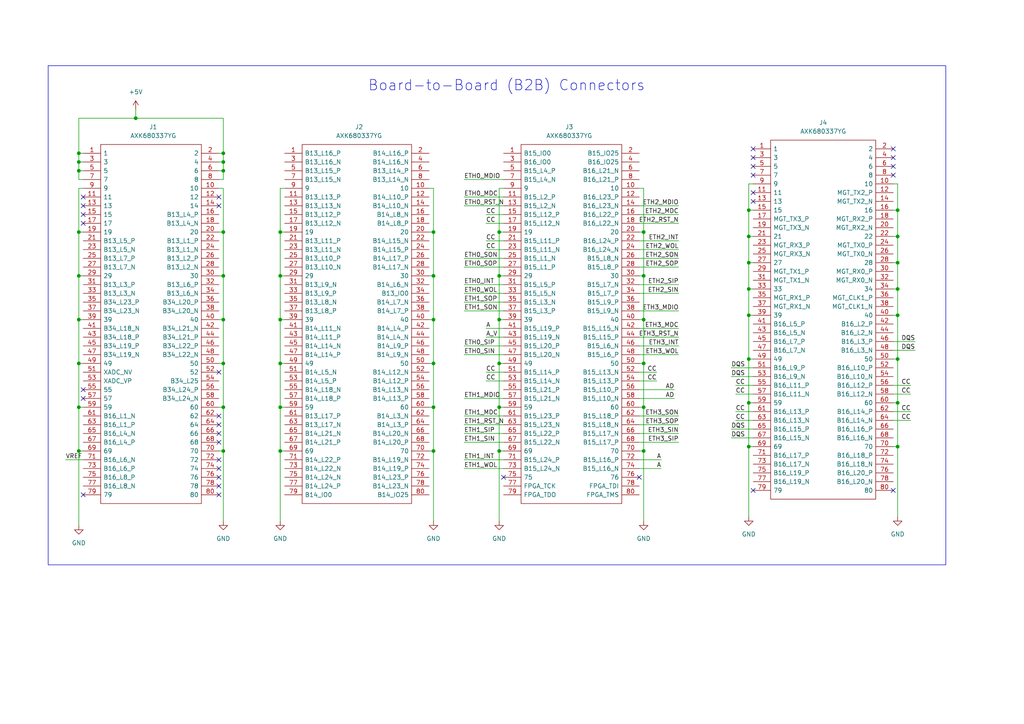
<source format=kicad_sch>
(kicad_sch (version 20230121) (generator eeschema)
  (paper "A4")
  (lib_symbols
    (symbol "AXK680337YG:AXK680337YG" (pin_names (offset 0.762))
      (property "Reference" "J4" (at 11.43 7.62 0))
      (property "Value" "AXK680337YG" (at 11.43 5.08 0))
      (symbol "AXK680337YG_0_0"
        (pin passive line (at -17.78 0 0) (length 5.08) (name "1") (number "1"))
        (pin passive line (at 22.86 -10.16 180) (length 5.08) (name "10") (number "10"))
        (pin passive line (at -17.78 -12.7 0) (length 5.08) (name "11") (number "11"))
        (pin passive line (at -17.78 -15.24 0) (length 5.08) (name "13") (number "13"))
        (pin passive line (at -17.78 -17.78 0) (length 5.08) (name "15") (number "15"))
        (pin passive line (at 22.86 -17.78 180) (length 5.08) (name "16") (number "16"))
        (pin passive line (at 22.86 0 180) (length 5.08) (name "2") (number "2"))
        (pin passive line (at -17.78 -25.4 0) (length 5.08) (name "21") (number "21"))
        (pin passive line (at 22.86 -25.4 180) (length 5.08) (name "22") (number "22"))
        (pin passive line (at -17.78 -33.02 0) (length 5.08) (name "27") (number "27"))
        (pin passive line (at 22.86 -33.02 180) (length 5.08) (name "28") (number "28"))
        (pin passive line (at -17.78 -2.54 0) (length 5.08) (name "3") (number "3"))
        (pin passive line (at -17.78 -40.64 0) (length 5.08) (name "33") (number "33"))
        (pin passive line (at 22.86 -40.64 180) (length 5.08) (name "34") (number "34"))
        (pin passive line (at -17.78 -48.26 0) (length 5.08) (name "39") (number "39"))
        (pin passive line (at 22.86 -2.54 180) (length 5.08) (name "4") (number "4"))
        (pin passive line (at 22.86 -48.26 180) (length 5.08) (name "40") (number "40"))
        (pin passive line (at -17.78 -60.96 0) (length 5.08) (name "49") (number "49"))
        (pin passive line (at -17.78 -5.08 0) (length 5.08) (name "5") (number "5"))
        (pin passive line (at 22.86 -60.96 180) (length 5.08) (name "50") (number "50"))
        (pin passive line (at -17.78 -73.66 0) (length 5.08) (name "59") (number "59"))
        (pin passive line (at 22.86 -5.08 180) (length 5.08) (name "6") (number "6"))
        (pin passive line (at 22.86 -73.66 180) (length 5.08) (name "60") (number "60"))
        (pin passive line (at -17.78 -86.36 0) (length 5.08) (name "69") (number "69"))
        (pin passive line (at -17.78 -7.62 0) (length 5.08) (name "7") (number "7"))
        (pin passive line (at 22.86 -86.36 180) (length 5.08) (name "70") (number "70"))
        (pin passive line (at -17.78 -99.06 0) (length 5.08) (name "79") (number "79"))
        (pin passive line (at 22.86 -7.62 180) (length 5.08) (name "8") (number "8"))
        (pin passive line (at 22.86 -99.06 180) (length 5.08) (name "80") (number "80"))
        (pin passive line (at -17.78 -10.16 0) (length 5.08) (name "9") (number "9"))
      )
      (symbol "AXK680337YG_0_1"
        (polyline (pts (xy -12.7 2.54) (xy 17.78 2.54) (xy 17.78 -101.6) (xy -12.7 -101.6) (xy -12.7 2.54)) (stroke (width 0.1524)))
      )
      (symbol "AXK680337YG_1_0"
        (pin passive line (at 22.86 -12.7 180) (length 5.08) (name "MGT_TX2_P") (number "12"))
        (pin passive line (at 22.86 -15.24 180) (length 5.08) (name "MGT_TX2_N") (number "14"))
        (pin passive line (at -17.78 -20.32 0) (length 5.08) (name "MGT_TX3_P") (number "17"))
        (pin passive line (at 22.86 -20.32 180) (length 5.08) (name "MGT_RX2_P") (number "18"))
        (pin passive line (at -17.78 -22.86 0) (length 5.08) (name "MGT_TX3_N") (number "19"))
        (pin passive line (at 22.86 -22.86 180) (length 5.08) (name "MGT_RX2_N") (number "20"))
        (pin passive line (at -17.78 -27.94 0) (length 5.08) (name "MGT_RX3_P") (number "23"))
        (pin passive line (at 22.86 -27.94 180) (length 5.08) (name "MGT_TX0_P") (number "24"))
        (pin passive line (at -17.78 -30.48 0) (length 5.08) (name "MGT_RX3_N") (number "25"))
        (pin passive line (at 22.86 -30.48 180) (length 5.08) (name "MGT_TX0_N") (number "26"))
        (pin passive line (at -17.78 -35.56 0) (length 5.08) (name "MGT_TX1_P") (number "29"))
        (pin passive line (at 22.86 -35.56 180) (length 5.08) (name "MGT_RX0_P") (number "30"))
        (pin passive line (at -17.78 -38.1 0) (length 5.08) (name "MGT_TX1_N") (number "31"))
        (pin passive line (at 22.86 -38.1 180) (length 5.08) (name "MGT_RX0_N") (number "32"))
        (pin passive line (at -17.78 -43.18 0) (length 5.08) (name "MGT_RX1_P") (number "35"))
        (pin passive line (at 22.86 -43.18 180) (length 5.08) (name "MGT_CLK1_P") (number "36"))
        (pin passive line (at -17.78 -45.72 0) (length 5.08) (name "MGT_RX1_N") (number "37"))
        (pin passive line (at 22.86 -45.72 180) (length 5.08) (name "MGT_CLK1_N") (number "38"))
        (pin passive line (at -17.78 -50.8 0) (length 5.08) (name "B16_L5_P") (number "41"))
        (pin passive line (at 22.86 -50.8 180) (length 5.08) (name "B16_L2_P") (number "42"))
        (pin passive line (at -17.78 -53.34 0) (length 5.08) (name "B16_L5_N") (number "43"))
        (pin passive line (at 22.86 -53.34 180) (length 5.08) (name "B16_L2_N") (number "44"))
        (pin passive line (at -17.78 -55.88 0) (length 5.08) (name "B16_L7_P") (number "45"))
        (pin passive line (at 22.86 -55.88 180) (length 5.08) (name "B16_L3_P") (number "46"))
        (pin passive line (at -17.78 -58.42 0) (length 5.08) (name "B16_L7_N") (number "47"))
        (pin passive line (at 22.86 -58.42 180) (length 5.08) (name "B16_L3_N") (number "48"))
        (pin passive line (at -17.78 -63.5 0) (length 5.08) (name "B16_L9_P") (number "51"))
        (pin passive line (at 22.86 -63.5 180) (length 5.08) (name "B16_L10_P") (number "52"))
        (pin passive line (at -17.78 -66.04 0) (length 5.08) (name "B16_L9_N") (number "53"))
        (pin passive line (at 22.86 -66.04 180) (length 5.08) (name "B16_L10_N") (number "54"))
        (pin passive line (at -17.78 -68.58 0) (length 5.08) (name "B16_L11_P") (number "55"))
        (pin passive line (at 22.86 -68.58 180) (length 5.08) (name "B16_L12_P") (number "56"))
        (pin passive line (at -17.78 -71.12 0) (length 5.08) (name "B16_L11_N") (number "57"))
        (pin passive line (at 22.86 -71.12 180) (length 5.08) (name "B16_L12_N") (number "58"))
        (pin passive line (at -17.78 -76.2 0) (length 5.08) (name "B16_L13_P") (number "61"))
        (pin passive line (at 22.86 -76.2 180) (length 5.08) (name "B16_L14_P") (number "62"))
        (pin passive line (at -17.78 -78.74 0) (length 5.08) (name "B16_L13_N") (number "63"))
        (pin passive line (at 22.86 -78.74 180) (length 5.08) (name "B16_L14_N") (number "64"))
        (pin passive line (at -17.78 -81.28 0) (length 5.08) (name "B16_L15_P") (number "65"))
        (pin passive line (at 22.86 -81.28 180) (length 5.08) (name "B16_L16_P") (number "66"))
        (pin passive line (at -17.78 -83.82 0) (length 5.08) (name "B16_L15_N") (number "67"))
        (pin passive line (at 22.86 -83.82 180) (length 5.08) (name "B16_L16_N") (number "68"))
        (pin passive line (at -17.78 -88.9 0) (length 5.08) (name "B16_L17_P") (number "71"))
        (pin passive line (at 22.86 -88.9 180) (length 5.08) (name "B16_L18_P") (number "72"))
        (pin passive line (at -17.78 -91.44 0) (length 5.08) (name "B16_L17_N") (number "73"))
        (pin passive line (at 22.86 -91.44 180) (length 5.08) (name "B16_L18_N") (number "74"))
        (pin passive line (at -17.78 -93.98 0) (length 5.08) (name "B16_L19_P") (number "75"))
        (pin passive line (at 22.86 -93.98 180) (length 5.08) (name "B16_L20_P") (number "76"))
        (pin passive line (at -17.78 -96.52 0) (length 5.08) (name "B16_L19_N") (number "77"))
        (pin passive line (at 22.86 -96.52 180) (length 5.08) (name "B16_L20_N") (number "78"))
      )
    )
    (symbol "AXK680337YG_1" (pin_names (offset 0.762))
      (property "Reference" "J1" (at 11.43 7.62 0))
      (property "Value" "AXK680337YG" (at 11.43 5.08 0))
      (symbol "AXK680337YG_1_0_0"
        (pin passive line (at -16.51 0 0) (length 5.08) (name "1") (number "1"))
        (pin passive line (at 22.86 -10.16 180) (length 5.08) (name "10") (number "10"))
        (pin passive line (at -16.51 -12.7 0) (length 5.08) (name "11") (number "11"))
        (pin passive line (at 22.86 -12.7 180) (length 5.08) (name "12") (number "12"))
        (pin passive line (at -16.51 -15.24 0) (length 5.08) (name "13") (number "13"))
        (pin passive line (at 22.86 -15.24 180) (length 5.08) (name "14") (number "14"))
        (pin passive line (at -16.51 -17.78 0) (length 5.08) (name "15") (number "15"))
        (pin passive line (at -16.51 -20.32 0) (length 5.08) (name "17") (number "17"))
        (pin passive line (at -16.51 -22.86 0) (length 5.08) (name "19") (number "19"))
        (pin passive line (at 22.86 0 180) (length 5.08) (name "2") (number "2"))
        (pin passive line (at 22.86 -22.86 180) (length 5.08) (name "20") (number "20"))
        (pin passive line (at -16.51 -35.56 0) (length 5.08) (name "29") (number "29"))
        (pin passive line (at -16.51 -2.54 0) (length 5.08) (name "3") (number "3"))
        (pin passive line (at 22.86 -35.56 180) (length 5.08) (name "30") (number "30"))
        (pin passive line (at -16.51 -48.26 0) (length 5.08) (name "39") (number "39"))
        (pin passive line (at 22.86 -2.54 180) (length 5.08) (name "4") (number "4"))
        (pin passive line (at 22.86 -48.26 180) (length 5.08) (name "40") (number "40"))
        (pin passive line (at -16.51 -60.96 0) (length 5.08) (name "49") (number "49"))
        (pin passive line (at -16.51 -5.08 0) (length 5.08) (name "5") (number "5"))
        (pin passive line (at 22.86 -60.96 180) (length 5.08) (name "50") (number "50"))
        (pin passive line (at 22.86 -63.5 180) (length 5.08) (name "52") (number "52"))
        (pin passive line (at -16.51 -68.58 0) (length 5.08) (name "55") (number "55"))
        (pin passive line (at -16.51 -71.12 0) (length 5.08) (name "57") (number "57"))
        (pin passive line (at -16.51 -73.66 0) (length 5.08) (name "59") (number "59"))
        (pin passive line (at 22.86 -5.08 180) (length 5.08) (name "6") (number "6"))
        (pin passive line (at 22.86 -73.66 180) (length 5.08) (name "60") (number "60"))
        (pin passive line (at 22.86 -76.2 180) (length 5.08) (name "62") (number "62"))
        (pin passive line (at 22.86 -78.74 180) (length 5.08) (name "64") (number "64"))
        (pin passive line (at 22.86 -81.28 180) (length 5.08) (name "66") (number "66"))
        (pin passive line (at 22.86 -83.82 180) (length 5.08) (name "68") (number "68"))
        (pin passive line (at -16.51 -7.62 0) (length 5.08) (name "7") (number "7"))
        (pin passive line (at 22.86 -86.36 180) (length 5.08) (name "70") (number "70"))
        (pin passive line (at 22.86 -88.9 180) (length 5.08) (name "72") (number "72"))
        (pin passive line (at 22.86 -91.44 180) (length 5.08) (name "74") (number "74"))
        (pin passive line (at 22.86 -93.98 180) (length 5.08) (name "76") (number "76"))
        (pin passive line (at 22.86 -96.52 180) (length 5.08) (name "78") (number "78"))
        (pin passive line (at -16.51 -99.06 0) (length 5.08) (name "79") (number "79"))
        (pin passive line (at 22.86 -7.62 180) (length 5.08) (name "8") (number "8"))
        (pin passive line (at 22.86 -99.06 180) (length 5.08) (name "80") (number "80"))
        (pin passive line (at -16.51 -10.16 0) (length 5.08) (name "9") (number "9"))
      )
      (symbol "AXK680337YG_1_0_1"
        (polyline (pts (xy -11.43 2.54) (xy 17.78 2.54) (xy 17.78 -101.6) (xy -11.43 -101.6) (xy -11.43 2.54)) (stroke (width 0.1524)))
      )
      (symbol "AXK680337YG_1_1_0"
        (pin passive line (at 22.86 -17.78 180) (length 5.08) (name "B13_L4_P") (number "16"))
        (pin passive line (at 22.86 -20.32 180) (length 5.08) (name "B13_L4_N") (number "18"))
        (pin passive line (at -16.51 -25.4 0) (length 5.08) (name "B13_L5_P") (number "21"))
        (pin passive line (at 22.86 -25.4 180) (length 5.08) (name "B13_L1_P") (number "22"))
        (pin passive line (at -16.51 -27.94 0) (length 5.08) (name "B13_L5_N") (number "23"))
        (pin passive line (at 22.86 -27.94 180) (length 5.08) (name "B13_L1_N") (number "24"))
        (pin passive line (at -16.51 -30.48 0) (length 5.08) (name "B13_L7_P") (number "25"))
        (pin passive line (at 22.86 -30.48 180) (length 5.08) (name "B13_L2_P") (number "26"))
        (pin passive line (at -16.51 -33.02 0) (length 5.08) (name "B13_L7_N") (number "27"))
        (pin passive line (at 22.86 -33.02 180) (length 5.08) (name "B13_L2_N") (number "28"))
        (pin passive line (at -16.51 -38.1 0) (length 5.08) (name "B13_L3_P") (number "31"))
        (pin passive line (at 22.86 -38.1 180) (length 5.08) (name "B13_L6_P") (number "32"))
        (pin passive line (at -16.51 -40.64 0) (length 5.08) (name "B13_L3_N") (number "33"))
        (pin passive line (at 22.86 -40.64 180) (length 5.08) (name "B13_L6_N") (number "34"))
        (pin passive line (at -16.51 -43.18 0) (length 5.08) (name "B34_L23_P") (number "35"))
        (pin passive line (at 22.86 -43.18 180) (length 5.08) (name "B34_L20_P") (number "36"))
        (pin passive line (at -16.51 -45.72 0) (length 5.08) (name "B34_L23_N") (number "37"))
        (pin passive line (at 22.86 -45.72 180) (length 5.08) (name "B34_L20_N") (number "38"))
        (pin passive line (at -16.51 -50.8 0) (length 5.08) (name "B34_L18_N") (number "41"))
        (pin passive line (at 22.86 -50.8 180) (length 5.08) (name "B34_L21_N") (number "42"))
        (pin passive line (at -16.51 -53.34 0) (length 5.08) (name "B34_L18_P") (number "43"))
        (pin passive line (at 22.86 -53.34 180) (length 5.08) (name "B34_L21_P") (number "44"))
        (pin passive line (at -16.51 -55.88 0) (length 5.08) (name "B34_L19_P") (number "45"))
        (pin passive line (at 22.86 -55.88 180) (length 5.08) (name "B34_L22_P") (number "46"))
        (pin passive line (at -16.51 -58.42 0) (length 5.08) (name "B34_L19_N") (number "47"))
        (pin passive line (at 22.86 -58.42 180) (length 5.08) (name "B34_L22_N") (number "48"))
        (pin passive line (at -16.51 -63.5 0) (length 5.08) (name "XADC_NV") (number "51"))
        (pin passive line (at -16.51 -66.04 0) (length 5.08) (name "XADC_VP") (number "53"))
        (pin passive line (at 22.86 -66.04 180) (length 5.08) (name "B34_L25") (number "54"))
        (pin passive line (at 22.86 -68.58 180) (length 5.08) (name "B34_L24_P") (number "56"))
        (pin passive line (at 22.86 -71.12 180) (length 5.08) (name "B34_L24_N") (number "58"))
        (pin passive line (at -16.51 -76.2 0) (length 5.08) (name "B16_L1_N") (number "61"))
        (pin passive line (at -16.51 -78.74 0) (length 5.08) (name "B16_L1_P") (number "63"))
        (pin passive line (at -16.51 -81.28 0) (length 5.08) (name "B16_L4_N") (number "65"))
        (pin passive line (at -16.51 -83.82 0) (length 5.08) (name "B16_L4_P") (number "67"))
        (pin passive line (at -16.51 -86.36 0) (length 5.08) (name "69") (number "69"))
        (pin passive line (at -16.51 -88.9 0) (length 5.08) (name "B16_L6_N") (number "71"))
        (pin passive line (at -16.51 -91.44 0) (length 5.08) (name "B16_L6_P") (number "73"))
        (pin passive line (at -16.51 -93.98 0) (length 5.08) (name "B16_L8_P") (number "75"))
        (pin passive line (at -16.51 -96.52 0) (length 5.08) (name "B16_L8_N") (number "77"))
      )
    )
    (symbol "AXK680337YG_2" (pin_names (offset 0.762))
      (property "Reference" "J2" (at 2.54 7.62 0))
      (property "Value" "AXK680337YG" (at 2.54 5.08 0))
      (symbol "AXK680337YG_2_0_0"
        (pin passive line (at 22.86 -10.16 180) (length 5.08) (name "10") (number "10"))
        (pin passive line (at -19.05 -22.86 0) (length 5.08) (name "19") (number "19"))
        (pin passive line (at 22.86 -22.86 180) (length 5.08) (name "20") (number "20"))
        (pin passive line (at -19.05 -35.56 0) (length 5.08) (name "29") (number "29"))
        (pin passive line (at 22.86 -35.56 180) (length 5.08) (name "30") (number "30"))
        (pin passive line (at 22.86 -48.26 180) (length 5.08) (name "40") (number "40"))
        (pin passive line (at -19.05 -60.96 0) (length 5.08) (name "49") (number "49"))
        (pin passive line (at 22.86 -60.96 180) (length 5.08) (name "50") (number "50"))
        (pin passive line (at -19.05 -73.66 0) (length 5.08) (name "59") (number "59"))
        (pin passive line (at 22.86 -73.66 180) (length 5.08) (name "60") (number "60"))
        (pin passive line (at -19.05 -86.36 0) (length 5.08) (name "69") (number "69"))
        (pin passive line (at 22.86 -86.36 180) (length 5.08) (name "70") (number "70"))
        (pin passive line (at -19.05 -10.16 0) (length 5.08) (name "9") (number "9"))
      )
      (symbol "AXK680337YG_2_0_1"
        (polyline (pts (xy -13.97 2.54) (xy 17.78 2.54) (xy 17.78 -101.6) (xy -13.97 -101.6) (xy -13.97 2.54)) (stroke (width 0.1524)))
      )
      (symbol "AXK680337YG_2_1_0"
        (pin passive line (at -19.05 0 0) (length 5.08) (name "B13_L16_P") (number "1"))
        (pin passive line (at -19.05 -12.7 0) (length 5.08) (name "B13_L13_P") (number "11"))
        (pin passive line (at 22.86 -12.7 180) (length 5.08) (name "B14_L10_P") (number "12"))
        (pin passive line (at -19.05 -15.24 0) (length 5.08) (name "B13_L13_N") (number "13"))
        (pin passive line (at 22.86 -15.24 180) (length 5.08) (name "B14_L10_N") (number "14"))
        (pin passive line (at -19.05 -17.78 0) (length 5.08) (name "B13_L12_P") (number "15"))
        (pin passive line (at 22.86 -17.78 180) (length 5.08) (name "B14_L8_N") (number "16"))
        (pin passive line (at -19.05 -20.32 0) (length 5.08) (name "B13_L12_N") (number "17"))
        (pin passive line (at 22.86 -20.32 180) (length 5.08) (name "B14_L8_P") (number "18"))
        (pin passive line (at 22.86 0 180) (length 5.08) (name "B14_L16_P") (number "2"))
        (pin passive line (at -19.05 -25.4 0) (length 5.08) (name "B13_L11_P") (number "21"))
        (pin passive line (at 22.86 -25.4 180) (length 5.08) (name "B14_L15_N") (number "22"))
        (pin passive line (at -19.05 -27.94 0) (length 5.08) (name "B13_L11_N") (number "23"))
        (pin passive line (at 22.86 -27.94 180) (length 5.08) (name "B14_L15_P") (number "24"))
        (pin passive line (at -19.05 -30.48 0) (length 5.08) (name "B13_L10_P") (number "25"))
        (pin passive line (at 22.86 -30.48 180) (length 5.08) (name "B14_L17_P") (number "26"))
        (pin passive line (at -19.05 -33.02 0) (length 5.08) (name "B13_L10_N") (number "27"))
        (pin passive line (at 22.86 -33.02 180) (length 5.08) (name "B14_L17_N") (number "28"))
        (pin passive line (at -19.05 -2.54 0) (length 5.08) (name "B13_L16_N") (number "3"))
        (pin passive line (at -19.05 -38.1 0) (length 5.08) (name "B13_L9_N") (number "31"))
        (pin passive line (at 22.86 -38.1 180) (length 5.08) (name "B14_L6_N") (number "32"))
        (pin passive line (at -19.05 -40.64 0) (length 5.08) (name "B13_L9_P") (number "33"))
        (pin passive line (at 22.86 -40.64 180) (length 5.08) (name "B13_IO0") (number "34"))
        (pin passive line (at -19.05 -43.18 0) (length 5.08) (name "B13_L8_N") (number "35"))
        (pin passive line (at 22.86 -43.18 180) (length 5.08) (name "B14_L7_N") (number "36"))
        (pin passive line (at -19.05 -45.72 0) (length 5.08) (name "B13_L8_P") (number "37"))
        (pin passive line (at 22.86 -45.72 180) (length 5.08) (name "B14_L7_P") (number "38"))
        (pin passive line (at -19.05 -48.26 0) (length 5.08) (name "39") (number "39"))
        (pin passive line (at 22.86 -2.54 180) (length 5.08) (name "B14_L16_N") (number "4"))
        (pin passive line (at -19.05 -50.8 0) (length 5.08) (name "B14_L11_N") (number "41"))
        (pin passive line (at 22.86 -50.8 180) (length 5.08) (name "B14_L4_P") (number "42"))
        (pin passive line (at -19.05 -53.34 0) (length 5.08) (name "B14_L11_P") (number "43"))
        (pin passive line (at 22.86 -53.34 180) (length 5.08) (name "B14_L4_N") (number "44"))
        (pin passive line (at -19.05 -55.88 0) (length 5.08) (name "B14_L14_N") (number "45"))
        (pin passive line (at 22.86 -55.88 180) (length 5.08) (name "B14_L9_P") (number "46"))
        (pin passive line (at -19.05 -58.42 0) (length 5.08) (name "B14_L14_P") (number "47"))
        (pin passive line (at 22.86 -58.42 180) (length 5.08) (name "B14_L9_N") (number "48"))
        (pin passive line (at -19.05 -5.08 0) (length 5.08) (name "B13_L15_P") (number "5"))
        (pin passive line (at -19.05 -63.5 0) (length 5.08) (name "B14_L5_N") (number "51"))
        (pin passive line (at 22.86 -63.5 180) (length 5.08) (name "B14_L12_N") (number "52"))
        (pin passive line (at -19.05 -66.04 0) (length 5.08) (name "B14_L5_P") (number "53"))
        (pin passive line (at 22.86 -66.04 180) (length 5.08) (name "B14_L12_P") (number "54"))
        (pin passive line (at -19.05 -68.58 0) (length 5.08) (name "B14_L18_N") (number "55"))
        (pin passive line (at 22.86 -68.58 180) (length 5.08) (name "B14_L13_N") (number "56"))
        (pin passive line (at -19.05 -71.12 0) (length 5.08) (name "B14_L18_P") (number "57"))
        (pin passive line (at 22.86 -71.12 180) (length 5.08) (name "B14_L13_P") (number "58"))
        (pin passive line (at 22.86 -5.08 180) (length 5.08) (name "B13_L14_P") (number "6"))
        (pin passive line (at -19.05 -76.2 0) (length 5.08) (name "B13_L17_P") (number "61"))
        (pin passive line (at 22.86 -76.2 180) (length 5.08) (name "B14_L3_N") (number "62"))
        (pin passive line (at -19.05 -78.74 0) (length 5.08) (name "B13_L17_N") (number "63"))
        (pin passive line (at 22.86 -78.74 180) (length 5.08) (name "B14_L3_P") (number "64"))
        (pin passive line (at -19.05 -81.28 0) (length 5.08) (name "B14_L21_N") (number "65"))
        (pin passive line (at 22.86 -81.28 180) (length 5.08) (name "B14_L20_N") (number "66"))
        (pin passive line (at -19.05 -83.82 0) (length 5.08) (name "B14_L21_P") (number "67"))
        (pin passive line (at 22.86 -83.82 180) (length 5.08) (name "B14_L20_P") (number "68"))
        (pin passive line (at -19.05 -7.62 0) (length 5.08) (name "B13_L15_N") (number "7"))
        (pin passive line (at -19.05 -88.9 0) (length 5.08) (name "B14_L22_P") (number "71"))
        (pin passive line (at 22.86 -88.9 180) (length 5.08) (name "B14_L19_N") (number "72"))
        (pin passive line (at -19.05 -91.44 0) (length 5.08) (name "B14_L22_N") (number "73"))
        (pin passive line (at 22.86 -91.44 180) (length 5.08) (name "B14_L19_P") (number "74"))
        (pin passive line (at -19.05 -93.98 0) (length 5.08) (name "B14_L24_N") (number "75"))
        (pin passive line (at 22.86 -93.98 180) (length 5.08) (name "B14_L23_P") (number "76"))
        (pin passive line (at -19.05 -96.52 0) (length 5.08) (name "B14_L24_P") (number "77"))
        (pin passive line (at 22.86 -96.52 180) (length 5.08) (name "B14_L23_N") (number "78"))
        (pin passive line (at -19.05 -99.06 0) (length 5.08) (name "B14_IO0") (number "79"))
        (pin passive line (at 22.86 -7.62 180) (length 5.08) (name "B13_L14_N") (number "8"))
        (pin passive line (at 22.86 -99.06 180) (length 5.08) (name "B14_IO25") (number "80"))
      )
    )
    (symbol "AXK680337YG_3" (pin_names (offset 0.762))
      (property "Reference" "J3" (at 11.43 7.62 0))
      (property "Value" "AXK680337YG" (at 11.43 5.08 0))
      (symbol "AXK680337YG_3_0_0"
        (pin passive line (at 22.86 -10.16 180) (length 5.08) (name "10") (number "10"))
        (pin passive line (at -16.51 -22.86 0) (length 5.08) (name "19") (number "19"))
        (pin passive line (at 22.86 -22.86 180) (length 5.08) (name "20") (number "20"))
        (pin passive line (at -16.51 -35.56 0) (length 5.08) (name "29") (number "29"))
        (pin passive line (at 22.86 -35.56 180) (length 5.08) (name "30") (number "30"))
        (pin passive line (at -16.51 -48.26 0) (length 5.08) (name "39") (number "39"))
        (pin passive line (at 22.86 -48.26 180) (length 5.08) (name "40") (number "40"))
        (pin passive line (at -16.51 -60.96 0) (length 5.08) (name "49") (number "49"))
        (pin passive line (at 22.86 -60.96 180) (length 5.08) (name "50") (number "50"))
        (pin passive line (at -16.51 -73.66 0) (length 5.08) (name "59") (number "59"))
        (pin passive line (at 22.86 -73.66 180) (length 5.08) (name "60") (number "60"))
        (pin passive line (at -16.51 -86.36 0) (length 5.08) (name "69") (number "69"))
        (pin passive line (at 22.86 -86.36 180) (length 5.08) (name "70") (number "70"))
        (pin passive line (at -16.51 -93.98 0) (length 5.08) (name "75") (number "75"))
        (pin passive line (at 22.86 -93.98 180) (length 5.08) (name "76") (number "76"))
        (pin passive line (at -16.51 -10.16 0) (length 5.08) (name "9") (number "9"))
      )
      (symbol "AXK680337YG_3_0_1"
        (polyline (pts (xy -11.43 2.54) (xy 17.78 2.54) (xy 17.78 -101.6) (xy -11.43 -101.6) (xy -11.43 2.54)) (stroke (width 0.1524)))
      )
      (symbol "AXK680337YG_3_1_0"
        (pin passive line (at -16.51 0 0) (length 5.08) (name "B15_IO0") (number "1"))
        (pin passive line (at -16.51 -12.7 0) (length 5.08) (name "B15_L2_P") (number "11"))
        (pin passive line (at 22.86 -12.7 180) (length 5.08) (name "B16_L23_P") (number "12"))
        (pin passive line (at -16.51 -15.24 0) (length 5.08) (name "B15_L2_N") (number "13"))
        (pin passive line (at 22.86 -15.24 180) (length 5.08) (name "B16_L23_N") (number "14"))
        (pin passive line (at -16.51 -17.78 0) (length 5.08) (name "B15_L12_P") (number "15"))
        (pin passive line (at 22.86 -17.78 180) (length 5.08) (name "B16_L22_P") (number "16"))
        (pin passive line (at -16.51 -20.32 0) (length 5.08) (name "B15_L12_N") (number "17"))
        (pin passive line (at 22.86 -20.32 180) (length 5.08) (name "B16_L22_N") (number "18"))
        (pin passive line (at 22.86 0 180) (length 5.08) (name "B15_IO25") (number "2"))
        (pin passive line (at -16.51 -25.4 0) (length 5.08) (name "B15_L11_P") (number "21"))
        (pin passive line (at 22.86 -25.4 180) (length 5.08) (name "B16_L24_P") (number "22"))
        (pin passive line (at -16.51 -27.94 0) (length 5.08) (name "B15_L11_N") (number "23"))
        (pin passive line (at 22.86 -27.94 180) (length 5.08) (name "B16_L24_N") (number "24"))
        (pin passive line (at -16.51 -30.48 0) (length 5.08) (name "B15_L1_N") (number "25"))
        (pin passive line (at 22.86 -30.48 180) (length 5.08) (name "B15_L8_N") (number "26"))
        (pin passive line (at -16.51 -33.02 0) (length 5.08) (name "B15_L1_P") (number "27"))
        (pin passive line (at 22.86 -33.02 180) (length 5.08) (name "B15_L8_P") (number "28"))
        (pin passive line (at -16.51 -2.54 0) (length 5.08) (name "B16_IO0") (number "3"))
        (pin passive line (at -16.51 -38.1 0) (length 5.08) (name "B15_L5_P") (number "31"))
        (pin passive line (at 22.86 -38.1 180) (length 5.08) (name "B15_L7_N") (number "32"))
        (pin passive line (at -16.51 -40.64 0) (length 5.08) (name "B15_L5_N") (number "33"))
        (pin passive line (at 22.86 -40.64 180) (length 5.08) (name "B15_L7_P") (number "34"))
        (pin passive line (at -16.51 -43.18 0) (length 5.08) (name "B15_L3_N") (number "35"))
        (pin passive line (at 22.86 -43.18 180) (length 5.08) (name "B15_L9_P") (number "36"))
        (pin passive line (at -16.51 -45.72 0) (length 5.08) (name "B15_L3_P") (number "37"))
        (pin passive line (at 22.86 -45.72 180) (length 5.08) (name "B15_L9_N") (number "38"))
        (pin passive line (at 22.86 -2.54 180) (length 5.08) (name "B16_IO25") (number "4"))
        (pin passive line (at -16.51 -50.8 0) (length 5.08) (name "B15_L19_P") (number "41"))
        (pin passive line (at 22.86 -50.8 180) (length 5.08) (name "B15_L15_N") (number "42"))
        (pin passive line (at -16.51 -53.34 0) (length 5.08) (name "B15_L19_N") (number "43"))
        (pin passive line (at 22.86 -53.34 180) (length 5.08) (name "B15_L15_P") (number "44"))
        (pin passive line (at -16.51 -55.88 0) (length 5.08) (name "B15_L20_P") (number "45"))
        (pin passive line (at 22.86 -55.88 180) (length 5.08) (name "B15_L6_N") (number "46"))
        (pin passive line (at -16.51 -58.42 0) (length 5.08) (name "B15_L20_N") (number "47"))
        (pin passive line (at 22.86 -58.42 180) (length 5.08) (name "B15_L6_P") (number "48"))
        (pin passive line (at -16.51 -5.08 0) (length 5.08) (name "B15_L4_P") (number "5"))
        (pin passive line (at -16.51 -63.5 0) (length 5.08) (name "B15_L14_P") (number "51"))
        (pin passive line (at 22.86 -63.5 180) (length 5.08) (name "B15_L13_N") (number "52"))
        (pin passive line (at -16.51 -66.04 0) (length 5.08) (name "B15_L14_N") (number "53"))
        (pin passive line (at 22.86 -66.04 180) (length 5.08) (name "B15_L13_P") (number "54"))
        (pin passive line (at -16.51 -68.58 0) (length 5.08) (name "B15_L21_P") (number "55"))
        (pin passive line (at 22.86 -68.58 180) (length 5.08) (name "B15_L10_P") (number "56"))
        (pin passive line (at -16.51 -71.12 0) (length 5.08) (name "B15_L21_N") (number "57"))
        (pin passive line (at 22.86 -71.12 180) (length 5.08) (name "B15_L10_N") (number "58"))
        (pin passive line (at 22.86 -5.08 180) (length 5.08) (name "B16_L21_N") (number "6"))
        (pin passive line (at -16.51 -76.2 0) (length 5.08) (name "B15_L23_P") (number "61"))
        (pin passive line (at 22.86 -76.2 180) (length 5.08) (name "B15_L18_P") (number "62"))
        (pin passive line (at -16.51 -78.74 0) (length 5.08) (name "B15_L23_N") (number "63"))
        (pin passive line (at 22.86 -78.74 180) (length 5.08) (name "B15_L18_N") (number "64"))
        (pin passive line (at -16.51 -81.28 0) (length 5.08) (name "B15_L22_P") (number "65"))
        (pin passive line (at 22.86 -81.28 180) (length 5.08) (name "B15_L17_N") (number "66"))
        (pin passive line (at -16.51 -83.82 0) (length 5.08) (name "B15_L22_N") (number "67"))
        (pin passive line (at 22.86 -83.82 180) (length 5.08) (name "B15_L17_P") (number "68"))
        (pin passive line (at -16.51 -7.62 0) (length 5.08) (name "B15_L4_N") (number "7"))
        (pin passive line (at -16.51 -88.9 0) (length 5.08) (name "B15_L24_P") (number "71"))
        (pin passive line (at 22.86 -88.9 180) (length 5.08) (name "B15_L16_P") (number "72"))
        (pin passive line (at -16.51 -91.44 0) (length 5.08) (name "B15_L24_N") (number "73"))
        (pin passive line (at 22.86 -91.44 180) (length 5.08) (name "B15_L16_N") (number "74"))
        (pin passive line (at -16.51 -96.52 0) (length 5.08) (name "FPGA_TCK") (number "77"))
        (pin passive line (at 22.86 -96.52 180) (length 5.08) (name "FPGA_TDI") (number "78"))
        (pin passive line (at -16.51 -99.06 0) (length 5.08) (name "FPGA_TDO") (number "79"))
        (pin passive line (at 22.86 -7.62 180) (length 5.08) (name "B16_L21_P") (number "8"))
        (pin passive line (at 22.86 -99.06 180) (length 5.08) (name "FPGA_TMS") (number "80"))
      )
    )
    (symbol "power:+5V" (power) (pin_names (offset 0))
      (property "Value" "+5V" (at 0 3.556 0))
      (symbol "+5V_0_1"
        (polyline (pts (xy -0.762 1.27) (xy 0 2.54)))
        (polyline (pts (xy 0 0) (xy 0 2.54)))
        (polyline (pts (xy 0 2.54) (xy 0.762 1.27)))
      )
      (symbol "+5V_1_1"
        (pin power_in line (at 0 0 90) (length 0) hide (name "+5V") (number "1"))
      )
    )
    (symbol "power:GND" (power) (pin_names (offset 0))
      (property "Value" "GND" (at 0 -3.81 0))
      (symbol "GND_0_1"
        (polyline (pts (xy 0 0) (xy 0 -1.27) (xy 1.27 -1.27) (xy 0 -2.54) (xy -1.27 -1.27) (xy 0 -1.27)))
      )
      (symbol "GND_1_1"
        (pin power_in line (at 0 0 270) (length 0) hide (name "GND") (number "1"))
      )
    )
  )
  (junction (at 260.35 83.82))
  (junction (at 22.86 130.81))
  (junction (at 217.17 76.2))
  (junction (at 217.17 91.44))
  (junction (at 260.35 68.58))
  (junction (at 22.86 67.31))
  (junction (at 64.77 105.41))
  (junction (at 125.73 118.11))
  (junction (at 81.28 130.81))
  (junction (at 125.73 92.71))
  (junction (at 64.77 49.53))
  (junction (at 186.69 92.71))
  (junction (at 217.17 68.58))
  (junction (at 260.35 76.2))
  (junction (at 81.28 118.11))
  (junction (at 186.69 118.11))
  (junction (at 64.77 67.31))
  (junction (at 260.35 116.84))
  (junction (at 22.86 49.53))
  (junction (at 81.28 80.01))
  (junction (at 125.73 67.31))
  (junction (at 125.73 130.81))
  (junction (at 81.28 92.71))
  (junction (at 64.77 130.81))
  (junction (at 217.17 83.82))
  (junction (at 260.35 60.96))
  (junction (at 260.35 104.14))
  (junction (at 144.78 80.01))
  (junction (at 186.69 80.01))
  (junction (at 64.77 46.99))
  (junction (at 64.77 118.11))
  (junction (at 144.78 105.41))
  (junction (at 22.86 92.71))
  (junction (at 144.78 92.71))
  (junction (at 260.35 129.54))
  (junction (at 125.73 80.01))
  (junction (at 217.17 104.14))
  (junction (at 260.35 91.44))
  (junction (at 144.78 118.11))
  (junction (at 217.17 60.96))
  (junction (at 22.86 118.11))
  (junction (at 217.17 116.84))
  (junction (at 39.37 34.29))
  (junction (at 125.73 105.41))
  (junction (at 22.86 44.45))
  (junction (at 186.69 67.31))
  (junction (at 81.28 67.31))
  (junction (at 217.17 129.54))
  (junction (at 81.28 105.41))
  (junction (at 64.77 80.01))
  (junction (at 64.77 44.45))
  (junction (at 22.86 80.01))
  (junction (at 144.78 130.81))
  (junction (at 186.69 105.41))
  (junction (at 64.77 92.71))
  (junction (at 22.86 46.99))
  (junction (at 144.78 67.31))
  (junction (at 22.86 105.41))
  (junction (at 186.69 130.81))
  (no_connect (at 24.13 59.69))
  (no_connect (at 63.5 133.35))
  (no_connect (at 63.5 59.69))
  (no_connect (at 24.13 143.51))
  (no_connect (at 63.5 120.65))
  (no_connect (at 259.08 142.24))
  (no_connect (at 63.5 128.27))
  (no_connect (at 218.44 142.24))
  (no_connect (at 63.5 107.95))
  (no_connect (at 259.08 43.18))
  (no_connect (at 24.13 113.03))
  (no_connect (at 218.44 55.88))
  (no_connect (at 63.5 135.89))
  (no_connect (at 146.05 138.43))
  (no_connect (at 63.5 123.19))
  (no_connect (at 63.5 125.73))
  (no_connect (at 24.13 62.23))
  (no_connect (at 63.5 140.97))
  (no_connect (at 63.5 57.15))
  (no_connect (at 259.08 45.72))
  (no_connect (at 63.5 143.51))
  (no_connect (at 259.08 48.26))
  (no_connect (at 259.08 50.8))
  (no_connect (at 63.5 138.43))
  (no_connect (at 218.44 58.42))
  (no_connect (at 24.13 64.77))
  (no_connect (at 24.13 57.15))
  (no_connect (at 218.44 50.8))
  (no_connect (at 185.42 138.43))
  (no_connect (at 24.13 115.57))
  (no_connect (at 218.44 45.72))
  (no_connect (at 218.44 43.18))
  (no_connect (at 218.44 48.26))
  (wire (pts (xy 81.28 105.41) (xy 82.55 105.41)))
  (wire (pts (xy 186.69 67.31) (xy 186.69 54.61)))
  (wire (pts (xy 134.62 74.93) (xy 146.05 74.93)))
  (wire (pts (xy 134.62 115.57) (xy 146.05 115.57)))
  (wire (pts (xy 212.09 124.46) (xy 218.44 124.46)))
  (wire (pts (xy 217.17 68.58) (xy 218.44 68.58)))
  (wire (pts (xy 259.08 104.14) (xy 260.35 104.14)))
  (wire (pts (xy 259.08 68.58) (xy 260.35 68.58)))
  (wire (pts (xy 260.35 53.34) (xy 259.08 53.34)))
  (wire (pts (xy 213.36 114.3) (xy 218.44 114.3)))
  (wire (pts (xy 185.42 135.89) (xy 191.77 135.89)))
  (wire (pts (xy 217.17 91.44) (xy 217.17 83.82)))
  (wire (pts (xy 125.73 105.41) (xy 125.73 92.71)))
  (wire (pts (xy 22.86 118.11) (xy 22.86 130.81)))
  (wire (pts (xy 217.17 60.96) (xy 218.44 60.96)))
  (wire (pts (xy 140.97 97.79) (xy 146.05 97.79)))
  (wire (pts (xy 22.86 105.41) (xy 24.13 105.41)))
  (wire (pts (xy 134.62 85.09) (xy 146.05 85.09)))
  (wire (pts (xy 186.69 105.41) (xy 186.69 92.71)))
  (wire (pts (xy 260.35 76.2) (xy 260.35 68.58)))
  (wire (pts (xy 185.42 120.65) (xy 196.85 120.65)))
  (wire (pts (xy 144.78 118.11) (xy 144.78 105.41)))
  (wire (pts (xy 144.78 105.41) (xy 144.78 92.71)))
  (wire (pts (xy 134.62 123.19) (xy 146.05 123.19)))
  (wire (pts (xy 259.08 114.3) (xy 264.16 114.3)))
  (wire (pts (xy 140.97 69.85) (xy 146.05 69.85)))
  (wire (pts (xy 134.62 52.07) (xy 146.05 52.07)))
  (wire (pts (xy 134.62 120.65) (xy 146.05 120.65)))
  (wire (pts (xy 22.86 130.81) (xy 24.13 130.81)))
  (wire (pts (xy 185.42 59.69) (xy 196.85 59.69)))
  (wire (pts (xy 22.86 46.99) (xy 22.86 44.45)))
  (wire (pts (xy 81.28 80.01) (xy 82.55 80.01)))
  (wire (pts (xy 64.77 46.99) (xy 64.77 44.45)))
  (wire (pts (xy 64.77 92.71) (xy 64.77 105.41)))
  (wire (pts (xy 24.13 54.61) (xy 22.86 54.61)))
  (wire (pts (xy 186.69 92.71) (xy 186.69 80.01)))
  (wire (pts (xy 22.86 52.07) (xy 22.86 49.53)))
  (wire (pts (xy 125.73 54.61) (xy 124.46 54.61)))
  (wire (pts (xy 134.62 100.33) (xy 146.05 100.33)))
  (wire (pts (xy 64.77 130.81) (xy 64.77 151.13)))
  (wire (pts (xy 22.86 130.81) (xy 22.86 152.4)))
  (wire (pts (xy 260.35 129.54) (xy 260.35 116.84)))
  (wire (pts (xy 22.86 80.01) (xy 22.86 92.71)))
  (wire (pts (xy 64.77 118.11) (xy 64.77 130.81)))
  (wire (pts (xy 22.86 49.53) (xy 22.86 46.99)))
  (wire (pts (xy 81.28 54.61) (xy 81.28 67.31)))
  (wire (pts (xy 134.62 87.63) (xy 146.05 87.63)))
  (wire (pts (xy 259.08 116.84) (xy 260.35 116.84)))
  (wire (pts (xy 212.09 106.68) (xy 218.44 106.68)))
  (wire (pts (xy 24.13 46.99) (xy 22.86 46.99)))
  (wire (pts (xy 64.77 44.45) (xy 64.77 34.29)))
  (wire (pts (xy 217.17 104.14) (xy 217.17 91.44)))
  (wire (pts (xy 125.73 118.11) (xy 125.73 105.41)))
  (wire (pts (xy 124.46 80.01) (xy 125.73 80.01)))
  (wire (pts (xy 213.36 119.38) (xy 218.44 119.38)))
  (wire (pts (xy 144.78 130.81) (xy 144.78 118.11)))
  (wire (pts (xy 185.42 64.77) (xy 196.85 64.77)))
  (wire (pts (xy 260.35 60.96) (xy 260.35 53.34)))
  (wire (pts (xy 259.08 119.38) (xy 264.16 119.38)))
  (wire (pts (xy 24.13 49.53) (xy 22.86 49.53)))
  (wire (pts (xy 259.08 91.44) (xy 260.35 91.44)))
  (wire (pts (xy 185.42 62.23) (xy 196.85 62.23)))
  (wire (pts (xy 185.42 128.27) (xy 196.85 128.27)))
  (wire (pts (xy 22.86 44.45) (xy 22.86 34.29)))
  (wire (pts (xy 260.35 68.58) (xy 260.35 60.96)))
  (wire (pts (xy 259.08 111.76) (xy 264.16 111.76)))
  (wire (pts (xy 144.78 130.81) (xy 146.05 130.81)))
  (wire (pts (xy 185.42 123.19) (xy 196.85 123.19)))
  (wire (pts (xy 125.73 80.01) (xy 125.73 67.31)))
  (wire (pts (xy 81.28 92.71) (xy 81.28 105.41)))
  (wire (pts (xy 144.78 67.31) (xy 144.78 54.61)))
  (wire (pts (xy 81.28 54.61) (xy 82.55 54.61)))
  (wire (pts (xy 144.78 80.01) (xy 146.05 80.01)))
  (wire (pts (xy 186.69 130.81) (xy 186.69 118.11)))
  (wire (pts (xy 217.17 60.96) (xy 217.17 53.34)))
  (wire (pts (xy 217.17 104.14) (xy 218.44 104.14)))
  (wire (pts (xy 22.86 105.41) (xy 22.86 118.11)))
  (wire (pts (xy 81.28 67.31) (xy 82.55 67.31)))
  (wire (pts (xy 140.97 95.25) (xy 146.05 95.25)))
  (wire (pts (xy 185.42 133.35) (xy 191.77 133.35)))
  (wire (pts (xy 185.42 69.85) (xy 196.85 69.85)))
  (wire (pts (xy 134.62 59.69) (xy 146.05 59.69)))
  (wire (pts (xy 81.28 130.81) (xy 82.55 130.81)))
  (wire (pts (xy 22.86 80.01) (xy 24.13 80.01)))
  (wire (pts (xy 63.5 80.01) (xy 64.77 80.01)))
  (wire (pts (xy 124.46 67.31) (xy 125.73 67.31)))
  (wire (pts (xy 186.69 80.01) (xy 186.69 67.31)))
  (wire (pts (xy 260.35 83.82) (xy 260.35 76.2)))
  (wire (pts (xy 64.77 49.53) (xy 64.77 46.99)))
  (wire (pts (xy 140.97 107.95) (xy 146.05 107.95)))
  (wire (pts (xy 22.86 54.61) (xy 22.86 67.31)))
  (wire (pts (xy 185.42 105.41) (xy 186.69 105.41)))
  (wire (pts (xy 134.62 125.73) (xy 146.05 125.73)))
  (wire (pts (xy 185.42 102.87) (xy 196.85 102.87)))
  (wire (pts (xy 22.86 118.11) (xy 24.13 118.11)))
  (wire (pts (xy 64.77 34.29) (xy 39.37 34.29)))
  (wire (pts (xy 64.77 67.31) (xy 64.77 80.01)))
  (wire (pts (xy 217.17 129.54) (xy 217.17 116.84)))
  (wire (pts (xy 63.5 46.99) (xy 64.77 46.99)))
  (wire (pts (xy 81.28 67.31) (xy 81.28 80.01)))
  (wire (pts (xy 259.08 101.6) (xy 265.43 101.6)))
  (wire (pts (xy 186.69 118.11) (xy 186.69 105.41)))
  (wire (pts (xy 125.73 67.31) (xy 125.73 54.61)))
  (wire (pts (xy 185.42 113.03) (xy 195.58 113.03)))
  (wire (pts (xy 134.62 133.35) (xy 146.05 133.35)))
  (wire (pts (xy 140.97 62.23) (xy 146.05 62.23)))
  (wire (pts (xy 124.46 118.11) (xy 125.73 118.11)))
  (wire (pts (xy 22.86 92.71) (xy 24.13 92.71)))
  (wire (pts (xy 185.42 95.25) (xy 196.85 95.25)))
  (wire (pts (xy 140.97 110.49) (xy 146.05 110.49)))
  (wire (pts (xy 217.17 149.86) (xy 217.17 129.54)))
  (wire (pts (xy 22.86 92.71) (xy 22.86 105.41)))
  (wire (pts (xy 259.08 129.54) (xy 260.35 129.54)))
  (wire (pts (xy 64.77 105.41) (xy 64.77 118.11)))
  (wire (pts (xy 63.5 52.07) (xy 64.77 52.07)))
  (wire (pts (xy 63.5 54.61) (xy 64.77 54.61)))
  (wire (pts (xy 260.35 91.44) (xy 260.35 104.14)))
  (wire (pts (xy 134.62 77.47) (xy 146.05 77.47)))
  (wire (pts (xy 186.69 151.13) (xy 186.69 130.81)))
  (wire (pts (xy 63.5 130.81) (xy 64.77 130.81)))
  (wire (pts (xy 185.42 92.71) (xy 186.69 92.71)))
  (wire (pts (xy 259.08 76.2) (xy 260.35 76.2)))
  (wire (pts (xy 259.08 83.82) (xy 260.35 83.82)))
  (wire (pts (xy 185.42 107.95) (xy 190.5 107.95)))
  (wire (pts (xy 217.17 53.34) (xy 218.44 53.34)))
  (wire (pts (xy 124.46 92.71) (xy 125.73 92.71)))
  (wire (pts (xy 125.73 151.13) (xy 125.73 130.81)))
  (wire (pts (xy 185.42 72.39) (xy 196.85 72.39)))
  (wire (pts (xy 63.5 67.31) (xy 64.77 67.31)))
  (wire (pts (xy 217.17 68.58) (xy 217.17 60.96)))
  (wire (pts (xy 217.17 83.82) (xy 218.44 83.82)))
  (wire (pts (xy 259.08 121.92) (xy 264.16 121.92)))
  (wire (pts (xy 64.77 54.61) (xy 64.77 67.31)))
  (wire (pts (xy 212.09 127) (xy 218.44 127)))
  (wire (pts (xy 81.28 105.41) (xy 81.28 118.11)))
  (wire (pts (xy 144.78 105.41) (xy 146.05 105.41)))
  (wire (pts (xy 212.09 109.22) (xy 218.44 109.22)))
  (wire (pts (xy 134.62 102.87) (xy 146.05 102.87)))
  (wire (pts (xy 81.28 80.01) (xy 81.28 92.71)))
  (wire (pts (xy 144.78 92.71) (xy 144.78 80.01)))
  (wire (pts (xy 217.17 91.44) (xy 218.44 91.44)))
  (wire (pts (xy 125.73 92.71) (xy 125.73 80.01)))
  (wire (pts (xy 260.35 149.86) (xy 260.35 129.54)))
  (wire (pts (xy 19.05 133.35) (xy 24.13 133.35)))
  (wire (pts (xy 134.62 57.15) (xy 146.05 57.15)))
  (wire (pts (xy 185.42 77.47) (xy 196.85 77.47)))
  (wire (pts (xy 144.78 118.11) (xy 146.05 118.11)))
  (wire (pts (xy 213.36 111.76) (xy 218.44 111.76)))
  (wire (pts (xy 63.5 49.53) (xy 64.77 49.53)))
  (wire (pts (xy 125.73 130.81) (xy 125.73 118.11)))
  (wire (pts (xy 185.42 118.11) (xy 186.69 118.11)))
  (wire (pts (xy 185.42 67.31) (xy 186.69 67.31)))
  (wire (pts (xy 64.77 52.07) (xy 64.77 49.53)))
  (wire (pts (xy 185.42 74.93) (xy 196.85 74.93)))
  (wire (pts (xy 144.78 54.61) (xy 146.05 54.61)))
  (wire (pts (xy 144.78 151.13) (xy 144.78 130.81)))
  (wire (pts (xy 185.42 82.55) (xy 196.85 82.55)))
  (wire (pts (xy 259.08 99.06) (xy 265.43 99.06)))
  (wire (pts (xy 134.62 82.55) (xy 146.05 82.55)))
  (wire (pts (xy 140.97 64.77) (xy 146.05 64.77)))
  (wire (pts (xy 81.28 118.11) (xy 81.28 130.81)))
  (wire (pts (xy 217.17 116.84) (xy 218.44 116.84)))
  (wire (pts (xy 64.77 80.01) (xy 64.77 92.71)))
  (wire (pts (xy 185.42 100.33) (xy 196.85 100.33)))
  (wire (pts (xy 22.86 67.31) (xy 24.13 67.31)))
  (wire (pts (xy 185.42 125.73) (xy 196.85 125.73)))
  (wire (pts (xy 134.62 90.17) (xy 146.05 90.17)))
  (wire (pts (xy 63.5 92.71) (xy 64.77 92.71)))
  (wire (pts (xy 81.28 118.11) (xy 82.55 118.11)))
  (wire (pts (xy 63.5 105.41) (xy 64.77 105.41)))
  (wire (pts (xy 144.78 80.01) (xy 144.78 67.31)))
  (wire (pts (xy 185.42 90.17) (xy 196.85 90.17)))
  (wire (pts (xy 81.28 92.71) (xy 82.55 92.71)))
  (wire (pts (xy 213.36 121.92) (xy 218.44 121.92)))
  (wire (pts (xy 24.13 52.07) (xy 22.86 52.07)))
  (wire (pts (xy 217.17 76.2) (xy 218.44 76.2)))
  (wire (pts (xy 185.42 115.57) (xy 195.58 115.57)))
  (wire (pts (xy 124.46 130.81) (xy 125.73 130.81)))
  (wire (pts (xy 217.17 76.2) (xy 217.17 68.58)))
  (wire (pts (xy 259.08 60.96) (xy 260.35 60.96)))
  (wire (pts (xy 185.42 97.79) (xy 196.85 97.79)))
  (wire (pts (xy 124.46 105.41) (xy 125.73 105.41)))
  (wire (pts (xy 217.17 83.82) (xy 217.17 76.2)))
  (wire (pts (xy 134.62 128.27) (xy 146.05 128.27)))
  (wire (pts (xy 63.5 118.11) (xy 64.77 118.11)))
  (wire (pts (xy 186.69 54.61) (xy 185.42 54.61)))
  (wire (pts (xy 260.35 104.14) (xy 260.35 116.84)))
  (wire (pts (xy 217.17 116.84) (xy 217.17 104.14)))
  (wire (pts (xy 185.42 85.09) (xy 196.85 85.09)))
  (wire (pts (xy 140.97 72.39) (xy 146.05 72.39)))
  (wire (pts (xy 22.86 67.31) (xy 22.86 80.01)))
  (wire (pts (xy 185.42 80.01) (xy 186.69 80.01)))
  (wire (pts (xy 22.86 34.29) (xy 39.37 34.29)))
  (wire (pts (xy 39.37 34.29) (xy 39.37 31.75)))
  (wire (pts (xy 185.42 130.81) (xy 186.69 130.81)))
  (wire (pts (xy 144.78 92.71) (xy 146.05 92.71)))
  (wire (pts (xy 134.62 135.89) (xy 146.05 135.89)))
  (wire (pts (xy 260.35 91.44) (xy 260.35 83.82)))
  (wire (pts (xy 185.42 110.49) (xy 190.5 110.49)))
  (wire (pts (xy 217.17 129.54) (xy 218.44 129.54)))
  (wire (pts (xy 81.28 130.81) (xy 81.28 151.13)))
  (wire (pts (xy 63.5 44.45) (xy 64.77 44.45)))
  (wire (pts (xy 144.78 67.31) (xy 146.05 67.31)))
  (wire (pts (xy 24.13 44.45) (xy 22.86 44.45)))
  (rectangle (start 13.97 19.05) (end 274.32 163.83))
  (text "Board-to-Board (B2B) Connectors" (at 106.68 26.67 0) (effects (font (size 3 3)) (justify left bottom)))
  (label "ETH1_SON" (at 134.62 90.17 0))
  (label "ETH0_SIN" (at 134.62 102.87 0))
  (label "ETH2_INT" (at 196.85 69.85 180))
  (label "CC" (at 190.5 107.95 180))
  (label "ETH0_INT" (at 134.62 82.55 0))
  (label "ETH0_RST_N" (at 134.62 59.69 0))
  (label "ETH2_SIP" (at 196.85 82.55 180))
  (label "CC" (at 190.5 110.49 180))
  (label "ETH1_MDC" (at 134.62 120.65 0))
  (label "CC" (at 140.97 72.39 0))
  (label "CC" (at 140.97 110.49 0))
  (label "ETH0_SON" (at 134.62 74.93 0))
  (label "CC" (at 264.16 114.3 180))
  (label "ETH2_MDIO" (at 196.85 59.69 180))
  (label "CC" (at 213.36 111.76 0))
  (label "ETH1_SIN" (at 134.62 128.27 0))
  (label "ETH2_SON" (at 196.85 74.93 180))
  (label "A_V" (at 140.97 97.79 0))
  (label "ETH3_MDIO" (at 196.85 90.17 180))
  (label "VREF" (at 19.05 133.35 0))
  (label "CC" (at 140.97 62.23 0))
  (label "CC" (at 213.36 121.92 0))
  (label "ETH0_MDC" (at 134.62 57.15 0))
  (label "ETH1_MDIO" (at 134.62 115.57 0))
  (label "CC" (at 264.16 119.38 180))
  (label "ETH3_WOL" (at 196.85 102.87 180))
  (label "DQS" (at 212.09 109.22 0))
  (label "ETH2_SOP" (at 196.85 77.47 180))
  (label "ETH2_RST_N" (at 196.85 64.77 180))
  (label "ETH2_MDC" (at 196.85 62.23 180))
  (label "ETH3_RST_N" (at 196.85 97.79 180))
  (label "DQS" (at 212.09 124.46 0))
  (label "DQS" (at 212.09 106.68 0))
  (label "ETH1_SIP" (at 134.62 125.73 0))
  (label "ETH0_WOL" (at 134.62 85.09 0))
  (label "A" (at 191.77 133.35 180))
  (label "CC" (at 213.36 119.38 0))
  (label "CC" (at 140.97 107.95 0))
  (label "ETH3_SON" (at 196.85 120.65 180))
  (label "CC" (at 213.36 114.3 0))
  (label "ETH0_SOP" (at 134.62 77.47 0))
  (label "ETH1_WOL" (at 134.62 135.89 0))
  (label "A" (at 140.97 95.25 0))
  (label "CC" (at 264.16 121.92 180))
  (label "ETH2_SIN" (at 196.85 85.09 180))
  (label "DQS" (at 265.43 99.06 180))
  (label "AD" (at 195.58 113.03 180))
  (label "ETH1_SOP" (at 134.62 87.63 0))
  (label "ETH2_WOL" (at 196.85 72.39 180))
  (label "ETH3_SIN" (at 196.85 125.73 180))
  (label "ETH3_SIP" (at 196.85 128.27 180))
  (label "CC" (at 264.16 111.76 180))
  (label "ETH1_RST_N" (at 134.62 123.19 0))
  (label "ETH3_MDC" (at 196.85 95.25 180))
  (label "DQS" (at 265.43 101.6 180))
  (label "CC" (at 140.97 69.85 0))
  (label "ETH0_SIP" (at 134.62 100.33 0))
  (label "ETH3_INT" (at 196.85 100.33 180))
  (label "DQS" (at 212.09 127 0))
  (label "ETH0_MDIO" (at 134.62 52.07 0))
  (label "ETH3_SOP" (at 196.85 123.19 180))
  (label "CC" (at 140.97 64.77 0))
  (label "A" (at 191.77 135.89 180))
  (label "ETH1_INT" (at 134.62 133.35 0))
  (label "AD" (at 195.58 115.57 180))
  (symbol (lib_id "power:GND") (at 260.35 149.86 0) (unit 1)
    (property "Reference" "#PWR09" (effects hide))
    (property "Value" "GND" (at 260.35 154.94 0))
  )
  (symbol (lib_name "AXK680337YG_2") (lib_id "AXK680337YG:AXK680337YG") (at 101.6 44.45 0) (unit 1)
    (property "Reference" "J2" (at 104.14 36.83 0))
    (property "Value" "AXK680337YG" (at 104.14 39.37 0))
    (property "Footprint" "AXK680337YG" (effects hide))
    (property "Datasheet" "https://mediap.industry.panasonic.eu/assets/download-files/import/ds_p5k_p5ks_en.pdf" (effects hide))
    (property "Description" "80 Position Connector Header, Outer Shroud Contacts Surface Mount Gold" (effects hide))
    (property "Height" "2.6" (effects hide))
    (property "Mouser Part Number" "769-AXK680337YG" (effects hide))
    (property "Mouser Price/Stock" "https://www.mouser.co.uk/ProductDetail/Panasonic-Industrial-Devices/AXK680337YG?qs=2rFUEsTwVNwvM0tBXFoKgQ%3D%3D" (effects hide))
    (property "Manufacturer_Name" "Panasonic" (effects hide))
    (property "Manufacturer_Part_Number" "AXK680337YG" (effects hide))
  )
  (symbol (lib_id "power:GND") (at 217.17 149.86 0) (unit 1)
    (property "Reference" "#PWR08" (effects hide))
    (property "Value" "GND" (at 217.17 154.94 0))
  )
  (symbol (lib_id "power:GND") (at 64.77 151.13 0) (unit 1)
    (property "Reference" "#PWR01" (effects hide))
    (property "Value" "GND" (at 64.77 156.21 0))
  )
  (symbol (lib_id "power:GND") (at 186.69 151.13 0) (unit 1)
    (property "Reference" "#PWR07" (effects hide))
    (property "Value" "GND" (at 186.69 156.21 0))
  )
  (symbol (lib_id "power:+5V") (at 39.37 31.75 0) (unit 1)
    (property "Reference" "#PWR03" (effects hide))
    (property "Value" "+5V" (at 39.37 26.67 0))
  )
  (symbol (lib_name "AXK680337YG_1") (lib_id "AXK680337YG:AXK680337YG") (at 40.64 44.45 0) (unit 1)
    (property "Reference" "J1" (at 44.45 36.83 0))
    (property "Value" "AXK680337YG" (at 44.45 39.37 0))
    (property "Footprint" "AXK680337YG" (effects hide))
    (property "Datasheet" "https://mediap.industry.panasonic.eu/assets/download-files/import/ds_p5k_p5ks_en.pdf" (effects hide))
    (property "Description" "80 Position Connector Header, Outer Shroud Contacts Surface Mount Gold" (effects hide))
    (property "Height" "2.6" (effects hide))
    (property "Mouser Part Number" "769-AXK680337YG" (effects hide))
    (property "Mouser Price/Stock" "https://www.mouser.co.uk/ProductDetail/Panasonic-Industrial-Devices/AXK680337YG?qs=2rFUEsTwVNwvM0tBXFoKgQ%3D%3D" (effects hide))
    (property "Manufacturer_Name" "Panasonic" (effects hide))
    (property "Manufacturer_Part_Number" "AXK680337YG" (effects hide))
  )
  (symbol (lib_name "AXK680337YG_3") (lib_id "AXK680337YG:AXK680337YG") (at 162.56 44.45 0) (unit 1)
    (property "Reference" "J3" (at 165.1 36.83 0))
    (property "Value" "AXK680337YG" (at 165.1 39.37 0))
    (property "Footprint" "AXK680337YG" (effects hide))
    (property "Datasheet" "https://mediap.industry.panasonic.eu/assets/download-files/import/ds_p5k_p5ks_en.pdf" (effects hide))
    (property "Description" "80 Position Connector Header, Outer Shroud Contacts Surface Mount Gold" (effects hide))
    (property "Height" "2.6" (effects hide))
    (property "Mouser Part Number" "769-AXK680337YG" (effects hide))
    (property "Mouser Price/Stock" "https://www.mouser.co.uk/ProductDetail/Panasonic-Industrial-Devices/AXK680337YG?qs=2rFUEsTwVNwvM0tBXFoKgQ%3D%3D" (effects hide))
    (property "Manufacturer_Name" "Panasonic" (effects hide))
    (property "Manufacturer_Part_Number" "AXK680337YG" (effects hide))
  )
  (symbol (lib_id "AXK680337YG:AXK680337YG") (at 236.22 43.18 0) (unit 1)
    (property "Reference" "J4" (at 238.76 35.56 0))
    (property "Value" "AXK680337YG" (at 238.76 38.1 0))
    (property "Footprint" "AXK680337YG" (effects hide))
    (property "Datasheet" "https://mediap.industry.panasonic.eu/assets/download-files/import/ds_p5k_p5ks_en.pdf" (effects hide))
    (property "Description" "80 Position Connector Header, Outer Shroud Contacts Surface Mount Gold" (effects hide))
    (property "Height" "2.6" (effects hide))
    (property "Mouser Part Number" "769-AXK680337YG" (effects hide))
    (property "Mouser Price/Stock" "https://www.mouser.co.uk/ProductDetail/Panasonic-Industrial-Devices/AXK680337YG?qs=2rFUEsTwVNwvM0tBXFoKgQ%3D%3D" (effects hide))
    (property "Manufacturer_Name" "Panasonic" (effects hide))
    (property "Manufacturer_Part_Number" "AXK680337YG" (effects hide))
  )
  (symbol (lib_id "power:GND") (at 81.28 151.13 0) (unit 1)
    (property "Reference" "#PWR04" (effects hide))
    (property "Value" "GND" (at 81.28 156.21 0))
  )
  (symbol (lib_id "power:GND") (at 22.86 152.4 0) (unit 1)
    (property "Reference" "#PWR02" (effects hide))
    (property "Value" "GND" (at 22.86 157.48 0))
  )
  (symbol (lib_id "power:GND") (at 144.78 151.13 0) (unit 1)
    (property "Reference" "#PWR06" (effects hide))
    (property "Value" "GND" (at 144.78 156.21 0))
  )
  (symbol (lib_id "power:GND") (at 125.73 151.13 0) (unit 1)
    (property "Reference" "#PWR05" (effects hide))
    (property "Value" "GND" (at 125.73 156.21 0))
  )
)
</source>
